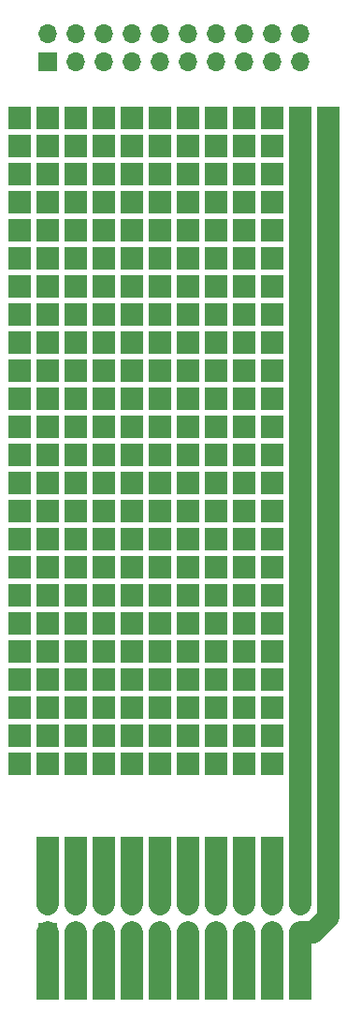
<source format=gbr>
G04 #@! TF.GenerationSoftware,KiCad,Pcbnew,5.0.2-bee76a0~70~ubuntu18.04.1*
G04 #@! TF.CreationDate,2019-07-23T10:58:26+02:00*
G04 #@! TF.ProjectId,breadboard,62726561-6462-46f6-9172-642e6b696361,rev?*
G04 #@! TF.SameCoordinates,Original*
G04 #@! TF.FileFunction,Copper,L1,Top*
G04 #@! TF.FilePolarity,Positive*
%FSLAX46Y46*%
G04 Gerber Fmt 4.6, Leading zero omitted, Abs format (unit mm)*
G04 Created by KiCad (PCBNEW 5.0.2-bee76a0~70~ubuntu18.04.1) date mar. 23 juil. 2019 10:58:26 CEST*
%MOMM*%
%LPD*%
G01*
G04 APERTURE LIST*
G04 #@! TA.AperFunction,ComponentPad*
%ADD10R,2.000000X2.000000*%
G04 #@! TD*
G04 #@! TA.AperFunction,ComponentPad*
%ADD11O,1.700000X1.700000*%
G04 #@! TD*
G04 #@! TA.AperFunction,ComponentPad*
%ADD12R,1.700000X1.700000*%
G04 #@! TD*
G04 #@! TA.AperFunction,Conductor*
%ADD13C,2.000000*%
G04 #@! TD*
G04 APERTURE END LIST*
D10*
G04 #@! TO.P,TP328,1*
G04 #@! TO.N,GNDA*
X76200000Y-137160000D03*
G04 #@! TD*
G04 #@! TO.P,TP327,1*
G04 #@! TO.N,GNDA*
X76200000Y-139700000D03*
G04 #@! TD*
G04 #@! TO.P,TP326,1*
G04 #@! TO.N,VDDA*
X73660000Y-139700000D03*
G04 #@! TD*
G04 #@! TO.P,TP325,1*
G04 #@! TO.N,VDDA*
X73660000Y-137160000D03*
G04 #@! TD*
G04 #@! TO.P,TP324,1*
G04 #@! TO.N,GNDA*
X76200000Y-132080000D03*
G04 #@! TD*
G04 #@! TO.P,TP323,1*
G04 #@! TO.N,GNDA*
X76200000Y-134620000D03*
G04 #@! TD*
G04 #@! TO.P,TP322,1*
G04 #@! TO.N,VDDA*
X73660000Y-134620000D03*
G04 #@! TD*
G04 #@! TO.P,TP321,1*
G04 #@! TO.N,VDDA*
X73660000Y-132080000D03*
G04 #@! TD*
G04 #@! TO.P,TP320,1*
G04 #@! TO.N,Net-(TP320-Pad1)*
X71120000Y-139700000D03*
G04 #@! TD*
G04 #@! TO.P,TP319,1*
G04 #@! TO.N,Net-(TP319-Pad1)*
X71120000Y-137160000D03*
G04 #@! TD*
G04 #@! TO.P,TP318,1*
G04 #@! TO.N,Net-(TP318-Pad1)*
X71120000Y-134620000D03*
G04 #@! TD*
G04 #@! TO.P,TP317,1*
G04 #@! TO.N,Net-(TP317-Pad1)*
X71120000Y-132080000D03*
G04 #@! TD*
G04 #@! TO.P,TP316,1*
G04 #@! TO.N,Net-(TP316-Pad1)*
X68580000Y-139700000D03*
G04 #@! TD*
G04 #@! TO.P,TP315,1*
G04 #@! TO.N,Net-(TP315-Pad1)*
X68580000Y-134620000D03*
G04 #@! TD*
G04 #@! TO.P,TP314,1*
G04 #@! TO.N,Net-(TP314-Pad1)*
X68580000Y-137160000D03*
G04 #@! TD*
G04 #@! TO.P,TP313,1*
G04 #@! TO.N,Net-(TP313-Pad1)*
X68580000Y-132080000D03*
G04 #@! TD*
G04 #@! TO.P,TP312,1*
G04 #@! TO.N,Net-(TP312-Pad1)*
X66040000Y-137160000D03*
G04 #@! TD*
G04 #@! TO.P,TP311,1*
G04 #@! TO.N,Net-(TP311-Pad1)*
X66040000Y-139700000D03*
G04 #@! TD*
G04 #@! TO.P,TP310,1*
G04 #@! TO.N,Net-(TP310-Pad1)*
X66040000Y-134620000D03*
G04 #@! TD*
G04 #@! TO.P,TP309,1*
G04 #@! TO.N,Net-(TP309-Pad1)*
X66040000Y-132080000D03*
G04 #@! TD*
G04 #@! TO.P,TP308,1*
G04 #@! TO.N,Net-(TP308-Pad1)*
X63500000Y-139700000D03*
G04 #@! TD*
G04 #@! TO.P,TP307,1*
G04 #@! TO.N,Net-(TP307-Pad1)*
X63500000Y-134620000D03*
G04 #@! TD*
G04 #@! TO.P,TP306,1*
G04 #@! TO.N,Net-(TP306-Pad1)*
X63500000Y-137160000D03*
G04 #@! TD*
G04 #@! TO.P,TP305,1*
G04 #@! TO.N,Net-(TP305-Pad1)*
X63500000Y-132080000D03*
G04 #@! TD*
G04 #@! TO.P,TP304,1*
G04 #@! TO.N,Net-(TP304-Pad1)*
X60960000Y-137160000D03*
G04 #@! TD*
G04 #@! TO.P,TP303,1*
G04 #@! TO.N,Net-(TP303-Pad1)*
X60960000Y-134620000D03*
G04 #@! TD*
G04 #@! TO.P,TP302,1*
G04 #@! TO.N,Net-(TP302-Pad1)*
X60960000Y-139700000D03*
G04 #@! TD*
G04 #@! TO.P,TP301,1*
G04 #@! TO.N,Net-(TP301-Pad1)*
X60960000Y-132080000D03*
G04 #@! TD*
G04 #@! TO.P,TP300,1*
G04 #@! TO.N,Net-(TP300-Pad1)*
X58420000Y-139700000D03*
G04 #@! TD*
G04 #@! TO.P,TP299,1*
G04 #@! TO.N,Net-(TP299-Pad1)*
X58420000Y-134620000D03*
G04 #@! TD*
G04 #@! TO.P,TP298,1*
G04 #@! TO.N,Net-(TP298-Pad1)*
X58420000Y-137160000D03*
G04 #@! TD*
G04 #@! TO.P,TP297,1*
G04 #@! TO.N,Net-(TP297-Pad1)*
X58420000Y-132080000D03*
G04 #@! TD*
G04 #@! TO.P,TP296,1*
G04 #@! TO.N,Net-(TP296-Pad1)*
X55880000Y-139700000D03*
G04 #@! TD*
G04 #@! TO.P,TP295,1*
G04 #@! TO.N,Net-(TP295-Pad1)*
X55880000Y-137160000D03*
G04 #@! TD*
G04 #@! TO.P,TP294,1*
G04 #@! TO.N,Net-(TP294-Pad1)*
X55880000Y-134620000D03*
G04 #@! TD*
G04 #@! TO.P,TP293,1*
G04 #@! TO.N,Net-(TP293-Pad1)*
X55880000Y-132080000D03*
G04 #@! TD*
G04 #@! TO.P,TP292,1*
G04 #@! TO.N,Net-(TP292-Pad1)*
X53340000Y-137160000D03*
G04 #@! TD*
G04 #@! TO.P,TP291,1*
G04 #@! TO.N,Net-(TP291-Pad1)*
X53340000Y-134620000D03*
G04 #@! TD*
G04 #@! TO.P,TP290,1*
G04 #@! TO.N,Net-(TP290-Pad1)*
X53340000Y-139700000D03*
G04 #@! TD*
G04 #@! TO.P,TP289,1*
G04 #@! TO.N,Net-(TP289-Pad1)*
X53340000Y-132080000D03*
G04 #@! TD*
G04 #@! TO.P,TP288,1*
G04 #@! TO.N,Net-(TP288-Pad1)*
X50800000Y-139700000D03*
G04 #@! TD*
G04 #@! TO.P,TP287,1*
G04 #@! TO.N,Net-(TP287-Pad1)*
X50800000Y-134620000D03*
G04 #@! TD*
G04 #@! TO.P,TP286,1*
G04 #@! TO.N,Net-(TP286-Pad1)*
X50800000Y-137160000D03*
G04 #@! TD*
G04 #@! TO.P,TP285,1*
G04 #@! TO.N,Net-(TP285-Pad1)*
X50800000Y-132080000D03*
G04 #@! TD*
G04 #@! TO.P,TP284,1*
G04 #@! TO.N,Net-(TP284-Pad1)*
X48260000Y-139700000D03*
G04 #@! TD*
G04 #@! TO.P,TP283,1*
G04 #@! TO.N,Net-(TP283-Pad1)*
X48260000Y-137160000D03*
G04 #@! TD*
G04 #@! TO.P,TP282,1*
G04 #@! TO.N,Net-(TP282-Pad1)*
X48260000Y-134620000D03*
G04 #@! TD*
G04 #@! TO.P,TP281,1*
G04 #@! TO.N,Net-(TP281-Pad1)*
X48260000Y-132080000D03*
G04 #@! TD*
G04 #@! TO.P,TP280,1*
G04 #@! TO.N,Net-(TP280-Pad1)*
X71120000Y-111760000D03*
G04 #@! TD*
G04 #@! TO.P,TP279,1*
G04 #@! TO.N,Net-(TP279-Pad1)*
X71120000Y-129540000D03*
G04 #@! TD*
G04 #@! TO.P,TP278,1*
G04 #@! TO.N,Net-(TP278-Pad1)*
X71120000Y-81280000D03*
G04 #@! TD*
G04 #@! TO.P,TP277,1*
G04 #@! TO.N,Net-(TP277-Pad1)*
X71120000Y-104140000D03*
G04 #@! TD*
G04 #@! TO.P,TP276,1*
G04 #@! TO.N,Net-(TP276-Pad1)*
X71120000Y-116840000D03*
G04 #@! TD*
G04 #@! TO.P,TP275,1*
G04 #@! TO.N,Net-(TP275-Pad1)*
X71120000Y-124460000D03*
G04 #@! TD*
G04 #@! TO.P,TP274,1*
G04 #@! TO.N,Net-(TP274-Pad1)*
X71120000Y-86360000D03*
G04 #@! TD*
G04 #@! TO.P,TP273,1*
G04 #@! TO.N,Net-(TP273-Pad1)*
X71120000Y-106680000D03*
G04 #@! TD*
G04 #@! TO.P,TP271,1*
G04 #@! TO.N,Net-(TP271-Pad1)*
X71120000Y-114300000D03*
G04 #@! TD*
G04 #@! TO.P,TP270,1*
G04 #@! TO.N,Net-(TP270-Pad1)*
X71120000Y-121920000D03*
G04 #@! TD*
G04 #@! TO.P,TP269,1*
G04 #@! TO.N,Net-(TP269-Pad1)*
X71120000Y-93980000D03*
G04 #@! TD*
G04 #@! TO.P,TP268,1*
G04 #@! TO.N,Net-(TP268-Pad1)*
X71120000Y-99060000D03*
G04 #@! TD*
G04 #@! TO.P,TP267,1*
G04 #@! TO.N,Net-(TP267-Pad1)*
X71120000Y-119380000D03*
G04 #@! TD*
G04 #@! TO.P,TP265,1*
G04 #@! TO.N,Net-(TP265-Pad1)*
X71120000Y-127000000D03*
G04 #@! TD*
G04 #@! TO.P,TP272,1*
G04 #@! TO.N,Net-(TP272-Pad1)*
X71120000Y-83820000D03*
G04 #@! TD*
G04 #@! TO.P,TP263,1*
G04 #@! TO.N,Net-(TP263-Pad1)*
X71120000Y-101600000D03*
G04 #@! TD*
G04 #@! TO.P,TP262,1*
G04 #@! TO.N,Net-(TP262-Pad1)*
X71120000Y-96520000D03*
G04 #@! TD*
G04 #@! TO.P,TP261,1*
G04 #@! TO.N,Net-(TP261-Pad1)*
X71120000Y-88900000D03*
G04 #@! TD*
G04 #@! TO.P,TP266,1*
G04 #@! TO.N,Net-(TP266-Pad1)*
X71120000Y-109220000D03*
G04 #@! TD*
G04 #@! TO.P,TP264,1*
G04 #@! TO.N,Net-(TP264-Pad1)*
X71120000Y-91440000D03*
G04 #@! TD*
G04 #@! TO.P,TP246,1*
G04 #@! TO.N,Net-(TP246-Pad1)*
X68580000Y-114300000D03*
G04 #@! TD*
G04 #@! TO.P,TP247,1*
G04 #@! TO.N,Net-(TP247-Pad1)*
X68580000Y-129540000D03*
G04 #@! TD*
G04 #@! TO.P,TP248,1*
G04 #@! TO.N,Net-(TP248-Pad1)*
X68580000Y-88900000D03*
G04 #@! TD*
G04 #@! TO.P,TP249,1*
G04 #@! TO.N,Net-(TP249-Pad1)*
X68580000Y-104140000D03*
G04 #@! TD*
G04 #@! TO.P,TP250,1*
G04 #@! TO.N,Net-(TP250-Pad1)*
X68580000Y-111760000D03*
G04 #@! TD*
G04 #@! TO.P,TP251,1*
G04 #@! TO.N,Net-(TP251-Pad1)*
X68580000Y-124460000D03*
G04 #@! TD*
G04 #@! TO.P,TP252,1*
G04 #@! TO.N,Net-(TP252-Pad1)*
X68580000Y-86360000D03*
G04 #@! TD*
G04 #@! TO.P,TP253,1*
G04 #@! TO.N,Net-(TP253-Pad1)*
X68580000Y-101600000D03*
G04 #@! TD*
G04 #@! TO.P,TP254,1*
G04 #@! TO.N,Net-(TP254-Pad1)*
X68580000Y-109220000D03*
G04 #@! TD*
G04 #@! TO.P,TP255,1*
G04 #@! TO.N,Net-(TP255-Pad1)*
X68580000Y-121920000D03*
G04 #@! TD*
G04 #@! TO.P,TP256,1*
G04 #@! TO.N,Net-(TP256-Pad1)*
X68580000Y-91440000D03*
G04 #@! TD*
G04 #@! TO.P,TP257,1*
G04 #@! TO.N,Net-(TP257-Pad1)*
X68580000Y-96520000D03*
G04 #@! TD*
G04 #@! TO.P,TP259,1*
G04 #@! TO.N,Net-(TP259-Pad1)*
X68580000Y-119380000D03*
G04 #@! TD*
G04 #@! TO.P,TP245,1*
G04 #@! TO.N,Net-(TP245-Pad1)*
X68580000Y-127000000D03*
G04 #@! TD*
G04 #@! TO.P,TP241,1*
G04 #@! TO.N,Net-(TP241-Pad1)*
X68580000Y-83820000D03*
G04 #@! TD*
G04 #@! TO.P,TP242,1*
G04 #@! TO.N,Net-(TP242-Pad1)*
X68580000Y-99060000D03*
G04 #@! TD*
G04 #@! TO.P,TP243,1*
G04 #@! TO.N,Net-(TP243-Pad1)*
X68580000Y-116840000D03*
G04 #@! TD*
G04 #@! TO.P,TP244,1*
G04 #@! TO.N,Net-(TP244-Pad1)*
X68580000Y-93980000D03*
G04 #@! TD*
G04 #@! TO.P,TP258,1*
G04 #@! TO.N,Net-(TP258-Pad1)*
X68580000Y-106680000D03*
G04 #@! TD*
G04 #@! TO.P,TP260,1*
G04 #@! TO.N,Net-(TP260-Pad1)*
X68580000Y-81280000D03*
G04 #@! TD*
G04 #@! TO.P,TP225,1*
G04 #@! TO.N,Net-(TP225-Pad1)*
X66040000Y-111760000D03*
G04 #@! TD*
G04 #@! TO.P,TP227,1*
G04 #@! TO.N,Net-(TP227-Pad1)*
X66040000Y-129540000D03*
G04 #@! TD*
G04 #@! TO.P,TP228,1*
G04 #@! TO.N,Net-(TP228-Pad1)*
X66040000Y-93980000D03*
G04 #@! TD*
G04 #@! TO.P,TP229,1*
G04 #@! TO.N,Net-(TP229-Pad1)*
X66040000Y-104140000D03*
G04 #@! TD*
G04 #@! TO.P,TP230,1*
G04 #@! TO.N,Net-(TP230-Pad1)*
X66040000Y-114300000D03*
G04 #@! TD*
G04 #@! TO.P,TP231,1*
G04 #@! TO.N,Net-(TP231-Pad1)*
X66040000Y-121920000D03*
G04 #@! TD*
G04 #@! TO.P,TP232,1*
G04 #@! TO.N,Net-(TP232-Pad1)*
X66040000Y-88900000D03*
G04 #@! TD*
G04 #@! TO.P,TP233,1*
G04 #@! TO.N,Net-(TP233-Pad1)*
X66040000Y-99060000D03*
G04 #@! TD*
G04 #@! TO.P,TP234,1*
G04 #@! TO.N,Net-(TP234-Pad1)*
X66040000Y-109220000D03*
G04 #@! TD*
G04 #@! TO.P,TP235,1*
G04 #@! TO.N,Net-(TP235-Pad1)*
X66040000Y-124460000D03*
G04 #@! TD*
G04 #@! TO.P,TP236,1*
G04 #@! TO.N,Net-(TP236-Pad1)*
X66040000Y-86360000D03*
G04 #@! TD*
G04 #@! TO.P,TP237,1*
G04 #@! TO.N,Net-(TP237-Pad1)*
X66040000Y-101600000D03*
G04 #@! TD*
G04 #@! TO.P,TP238,1*
G04 #@! TO.N,Net-(TP238-Pad1)*
X66040000Y-116840000D03*
G04 #@! TD*
G04 #@! TO.P,TP240,1*
G04 #@! TO.N,Net-(TP240-Pad1)*
X66040000Y-127000000D03*
G04 #@! TD*
G04 #@! TO.P,TP224,1*
G04 #@! TO.N,Net-(TP224-Pad1)*
X66040000Y-83820000D03*
G04 #@! TD*
G04 #@! TO.P,TP223,1*
G04 #@! TO.N,Net-(TP223-Pad1)*
X66040000Y-96520000D03*
G04 #@! TD*
G04 #@! TO.P,TP222,1*
G04 #@! TO.N,Net-(TP222-Pad1)*
X66040000Y-119380000D03*
G04 #@! TD*
G04 #@! TO.P,TP221,1*
G04 #@! TO.N,Net-(TP221-Pad1)*
X66040000Y-81280000D03*
G04 #@! TD*
G04 #@! TO.P,TP239,1*
G04 #@! TO.N,Net-(TP239-Pad1)*
X66040000Y-106680000D03*
G04 #@! TD*
G04 #@! TO.P,TP226,1*
G04 #@! TO.N,Net-(TP226-Pad1)*
X66040000Y-91440000D03*
G04 #@! TD*
G04 #@! TO.P,TP219,1*
G04 #@! TO.N,Net-(TP219-Pad1)*
X63500000Y-116840000D03*
G04 #@! TD*
G04 #@! TO.P,TP217,1*
G04 #@! TO.N,Net-(TP217-Pad1)*
X63500000Y-127000000D03*
G04 #@! TD*
G04 #@! TO.P,TP216,1*
G04 #@! TO.N,Net-(TP216-Pad1)*
X63500000Y-91440000D03*
G04 #@! TD*
G04 #@! TO.P,TP215,1*
G04 #@! TO.N,Net-(TP215-Pad1)*
X63500000Y-101600000D03*
G04 #@! TD*
G04 #@! TO.P,TP214,1*
G04 #@! TO.N,Net-(TP214-Pad1)*
X63500000Y-129540000D03*
G04 #@! TD*
G04 #@! TO.P,TP213,1*
G04 #@! TO.N,Net-(TP213-Pad1)*
X63500000Y-121920000D03*
G04 #@! TD*
G04 #@! TO.P,TP212,1*
G04 #@! TO.N,Net-(TP212-Pad1)*
X63500000Y-86360000D03*
G04 #@! TD*
G04 #@! TO.P,TP211,1*
G04 #@! TO.N,Net-(TP211-Pad1)*
X63500000Y-104140000D03*
G04 #@! TD*
G04 #@! TO.P,TP210,1*
G04 #@! TO.N,Net-(TP210-Pad1)*
X63500000Y-111760000D03*
G04 #@! TD*
G04 #@! TO.P,TP209,1*
G04 #@! TO.N,Net-(TP209-Pad1)*
X63500000Y-124460000D03*
G04 #@! TD*
G04 #@! TO.P,TP208,1*
G04 #@! TO.N,Net-(TP208-Pad1)*
X63500000Y-81280000D03*
G04 #@! TD*
G04 #@! TO.P,TP206,1*
G04 #@! TO.N,Net-(TP206-Pad1)*
X63500000Y-109220000D03*
G04 #@! TD*
G04 #@! TO.P,TP205,1*
G04 #@! TO.N,Net-(TP205-Pad1)*
X63500000Y-119380000D03*
G04 #@! TD*
G04 #@! TO.P,TP204,1*
G04 #@! TO.N,Net-(TP204-Pad1)*
X63500000Y-96520000D03*
G04 #@! TD*
G04 #@! TO.P,TP203,1*
G04 #@! TO.N,Net-(TP203-Pad1)*
X63500000Y-88900000D03*
G04 #@! TD*
G04 #@! TO.P,TP202,1*
G04 #@! TO.N,Net-(TP202-Pad1)*
X63500000Y-99060000D03*
G04 #@! TD*
G04 #@! TO.P,TP201,1*
G04 #@! TO.N,Net-(TP201-Pad1)*
X63500000Y-114300000D03*
G04 #@! TD*
G04 #@! TO.P,TP218,1*
G04 #@! TO.N,Net-(TP218-Pad1)*
X63500000Y-93980000D03*
G04 #@! TD*
G04 #@! TO.P,TP207,1*
G04 #@! TO.N,Net-(TP207-Pad1)*
X63500000Y-106680000D03*
G04 #@! TD*
G04 #@! TO.P,TP220,1*
G04 #@! TO.N,Net-(TP220-Pad1)*
X63500000Y-83820000D03*
G04 #@! TD*
G04 #@! TO.P,TP200,1*
G04 #@! TO.N,Net-(TP200-Pad1)*
X60960000Y-116840000D03*
G04 #@! TD*
G04 #@! TO.P,TP198,1*
G04 #@! TO.N,Net-(TP198-Pad1)*
X60960000Y-129540000D03*
G04 #@! TD*
G04 #@! TO.P,TP197,1*
G04 #@! TO.N,Net-(TP197-Pad1)*
X60960000Y-88900000D03*
G04 #@! TD*
G04 #@! TO.P,TP196,1*
G04 #@! TO.N,Net-(TP196-Pad1)*
X60960000Y-106680000D03*
G04 #@! TD*
G04 #@! TO.P,TP195,1*
G04 #@! TO.N,Net-(TP195-Pad1)*
X60960000Y-109220000D03*
G04 #@! TD*
G04 #@! TO.P,TP194,1*
G04 #@! TO.N,Net-(TP194-Pad1)*
X60960000Y-124460000D03*
G04 #@! TD*
G04 #@! TO.P,TP193,1*
G04 #@! TO.N,Net-(TP193-Pad1)*
X60960000Y-83820000D03*
G04 #@! TD*
G04 #@! TO.P,TP192,1*
G04 #@! TO.N,Net-(TP192-Pad1)*
X60960000Y-99060000D03*
G04 #@! TD*
G04 #@! TO.P,TP191,1*
G04 #@! TO.N,Net-(TP191-Pad1)*
X60960000Y-119380000D03*
G04 #@! TD*
G04 #@! TO.P,TP190,1*
G04 #@! TO.N,Net-(TP190-Pad1)*
X60960000Y-127000000D03*
G04 #@! TD*
G04 #@! TO.P,TP188,1*
G04 #@! TO.N,Net-(TP188-Pad1)*
X60960000Y-93980000D03*
G04 #@! TD*
G04 #@! TO.P,TP187,1*
G04 #@! TO.N,Net-(TP187-Pad1)*
X60960000Y-81280000D03*
G04 #@! TD*
G04 #@! TO.P,TP186,1*
G04 #@! TO.N,Net-(TP186-Pad1)*
X60960000Y-114300000D03*
G04 #@! TD*
G04 #@! TO.P,TP185,1*
G04 #@! TO.N,Net-(TP185-Pad1)*
X60960000Y-121920000D03*
G04 #@! TD*
G04 #@! TO.P,TP184,1*
G04 #@! TO.N,Net-(TP184-Pad1)*
X60960000Y-91440000D03*
G04 #@! TD*
G04 #@! TO.P,TP183,1*
G04 #@! TO.N,Net-(TP183-Pad1)*
X60960000Y-101600000D03*
G04 #@! TD*
G04 #@! TO.P,TP182,1*
G04 #@! TO.N,Net-(TP182-Pad1)*
X60960000Y-111760000D03*
G04 #@! TD*
G04 #@! TO.P,TP181,1*
G04 #@! TO.N,Net-(TP181-Pad1)*
X60960000Y-96520000D03*
G04 #@! TD*
G04 #@! TO.P,TP199,1*
G04 #@! TO.N,Net-(TP199-Pad1)*
X60960000Y-104140000D03*
G04 #@! TD*
G04 #@! TO.P,TP189,1*
G04 #@! TO.N,Net-(TP189-Pad1)*
X60960000Y-86360000D03*
G04 #@! TD*
G04 #@! TO.P,TP179,1*
G04 #@! TO.N,Net-(TP179-Pad1)*
X58420000Y-119380000D03*
G04 #@! TD*
G04 #@! TO.P,TP177,1*
G04 #@! TO.N,Net-(TP177-Pad1)*
X58420000Y-129540000D03*
G04 #@! TD*
G04 #@! TO.P,TP176,1*
G04 #@! TO.N,Net-(TP176-Pad1)*
X58420000Y-88900000D03*
G04 #@! TD*
G04 #@! TO.P,TP175,1*
G04 #@! TO.N,Net-(TP175-Pad1)*
X58420000Y-106680000D03*
G04 #@! TD*
G04 #@! TO.P,TP174,1*
G04 #@! TO.N,Net-(TP174-Pad1)*
X58420000Y-109220000D03*
G04 #@! TD*
G04 #@! TO.P,TP173,1*
G04 #@! TO.N,Net-(TP173-Pad1)*
X58420000Y-121920000D03*
G04 #@! TD*
G04 #@! TO.P,TP172,1*
G04 #@! TO.N,Net-(TP172-Pad1)*
X58420000Y-81280000D03*
G04 #@! TD*
G04 #@! TO.P,TP171,1*
G04 #@! TO.N,Net-(TP171-Pad1)*
X58420000Y-99060000D03*
G04 #@! TD*
G04 #@! TO.P,TP169,1*
G04 #@! TO.N,Net-(TP169-Pad1)*
X58420000Y-111760000D03*
G04 #@! TD*
G04 #@! TO.P,TP168,1*
G04 #@! TO.N,Net-(TP168-Pad1)*
X58420000Y-124460000D03*
G04 #@! TD*
G04 #@! TO.P,TP167,1*
G04 #@! TO.N,Net-(TP167-Pad1)*
X58420000Y-83820000D03*
G04 #@! TD*
G04 #@! TO.P,TP166,1*
G04 #@! TO.N,Net-(TP166-Pad1)*
X58420000Y-96520000D03*
G04 #@! TD*
G04 #@! TO.P,TP165,1*
G04 #@! TO.N,Net-(TP165-Pad1)*
X58420000Y-116840000D03*
G04 #@! TD*
G04 #@! TO.P,TP164,1*
G04 #@! TO.N,Net-(TP164-Pad1)*
X58420000Y-127000000D03*
G04 #@! TD*
G04 #@! TO.P,TP163,1*
G04 #@! TO.N,Net-(TP163-Pad1)*
X58420000Y-91440000D03*
G04 #@! TD*
G04 #@! TO.P,TP162,1*
G04 #@! TO.N,Net-(TP162-Pad1)*
X58420000Y-101600000D03*
G04 #@! TD*
G04 #@! TO.P,TP161,1*
G04 #@! TO.N,Net-(TP161-Pad1)*
X58420000Y-114300000D03*
G04 #@! TD*
G04 #@! TO.P,TP178,1*
G04 #@! TO.N,Net-(TP178-Pad1)*
X58420000Y-93980000D03*
G04 #@! TD*
G04 #@! TO.P,TP170,1*
G04 #@! TO.N,Net-(TP170-Pad1)*
X58420000Y-104140000D03*
G04 #@! TD*
G04 #@! TO.P,TP180,1*
G04 #@! TO.N,Net-(TP180-Pad1)*
X58420000Y-86360000D03*
G04 #@! TD*
G04 #@! TO.P,TP160,1*
G04 #@! TO.N,Net-(TP160-Pad1)*
X55880000Y-119380000D03*
G04 #@! TD*
G04 #@! TO.P,TP158,1*
G04 #@! TO.N,Net-(TP158-Pad1)*
X55880000Y-121920000D03*
G04 #@! TD*
G04 #@! TO.P,TP157,1*
G04 #@! TO.N,Net-(TP157-Pad1)*
X55880000Y-96520000D03*
G04 #@! TD*
G04 #@! TO.P,TP156,1*
G04 #@! TO.N,Net-(TP156-Pad1)*
X55880000Y-99060000D03*
G04 #@! TD*
G04 #@! TO.P,TP155,1*
G04 #@! TO.N,Net-(TP155-Pad1)*
X55880000Y-111760000D03*
G04 #@! TD*
G04 #@! TO.P,TP154,1*
G04 #@! TO.N,Net-(TP154-Pad1)*
X55880000Y-129540000D03*
G04 #@! TD*
G04 #@! TO.P,TP153,1*
G04 #@! TO.N,Net-(TP153-Pad1)*
X55880000Y-88900000D03*
G04 #@! TD*
G04 #@! TO.P,TP152,1*
G04 #@! TO.N,Net-(TP152-Pad1)*
X55880000Y-101600000D03*
G04 #@! TD*
G04 #@! TO.P,TP141,1*
G04 #@! TO.N,Net-(TP141-Pad1)*
X55880000Y-116840000D03*
G04 #@! TD*
G04 #@! TO.P,TP150,1*
G04 #@! TO.N,Net-(TP150-Pad1)*
X55880000Y-124460000D03*
G04 #@! TD*
G04 #@! TO.P,TP149,1*
G04 #@! TO.N,Net-(TP149-Pad1)*
X55880000Y-86360000D03*
G04 #@! TD*
G04 #@! TO.P,TP148,1*
G04 #@! TO.N,Net-(TP148-Pad1)*
X55880000Y-106680000D03*
G04 #@! TD*
G04 #@! TO.P,TP147,1*
G04 #@! TO.N,Net-(TP147-Pad1)*
X55880000Y-114300000D03*
G04 #@! TD*
G04 #@! TO.P,TP146,1*
G04 #@! TO.N,Net-(TP146-Pad1)*
X55880000Y-127000000D03*
G04 #@! TD*
G04 #@! TO.P,TP145,1*
G04 #@! TO.N,Net-(TP145-Pad1)*
X55880000Y-83820000D03*
G04 #@! TD*
G04 #@! TO.P,TP144,1*
G04 #@! TO.N,Net-(TP144-Pad1)*
X55880000Y-104140000D03*
G04 #@! TD*
G04 #@! TO.P,TP143,1*
G04 #@! TO.N,Net-(TP143-Pad1)*
X55880000Y-109220000D03*
G04 #@! TD*
G04 #@! TO.P,TP142,1*
G04 #@! TO.N,Net-(TP142-Pad1)*
X55880000Y-93980000D03*
G04 #@! TD*
G04 #@! TO.P,TP159,1*
G04 #@! TO.N,Net-(TP159-Pad1)*
X55880000Y-81280000D03*
G04 #@! TD*
G04 #@! TO.P,TP151,1*
G04 #@! TO.N,Net-(TP151-Pad1)*
X55880000Y-91440000D03*
G04 #@! TD*
G04 #@! TO.P,TP139,1*
G04 #@! TO.N,Net-(TP139-Pad1)*
X53340000Y-109220000D03*
G04 #@! TD*
G04 #@! TO.P,TP137,1*
G04 #@! TO.N,Net-(TP137-Pad1)*
X53340000Y-129540000D03*
G04 #@! TD*
G04 #@! TO.P,TP136,1*
G04 #@! TO.N,Net-(TP136-Pad1)*
X53340000Y-81280000D03*
G04 #@! TD*
G04 #@! TO.P,TP135,1*
G04 #@! TO.N,Net-(TP135-Pad1)*
X53340000Y-101600000D03*
G04 #@! TD*
G04 #@! TO.P,TP134,1*
G04 #@! TO.N,Net-(TP134-Pad1)*
X53340000Y-119380000D03*
G04 #@! TD*
G04 #@! TO.P,TP133,1*
G04 #@! TO.N,Net-(TP133-Pad1)*
X53340000Y-124460000D03*
G04 #@! TD*
G04 #@! TO.P,TP123,1*
G04 #@! TO.N,Net-(TP123-Pad1)*
X53340000Y-88900000D03*
G04 #@! TD*
G04 #@! TO.P,TP131,1*
G04 #@! TO.N,Net-(TP131-Pad1)*
X53340000Y-96520000D03*
G04 #@! TD*
G04 #@! TO.P,TP130,1*
G04 #@! TO.N,Net-(TP130-Pad1)*
X53340000Y-111760000D03*
G04 #@! TD*
G04 #@! TO.P,TP129,1*
G04 #@! TO.N,Net-(TP129-Pad1)*
X53340000Y-127000000D03*
G04 #@! TD*
G04 #@! TO.P,TP128,1*
G04 #@! TO.N,Net-(TP128-Pad1)*
X53340000Y-86360000D03*
G04 #@! TD*
G04 #@! TO.P,TP127,1*
G04 #@! TO.N,Net-(TP127-Pad1)*
X53340000Y-104140000D03*
G04 #@! TD*
G04 #@! TO.P,TP126,1*
G04 #@! TO.N,Net-(TP126-Pad1)*
X53340000Y-116840000D03*
G04 #@! TD*
G04 #@! TO.P,TP125,1*
G04 #@! TO.N,Net-(TP125-Pad1)*
X53340000Y-121920000D03*
G04 #@! TD*
G04 #@! TO.P,TP124,1*
G04 #@! TO.N,Net-(TP124-Pad1)*
X53340000Y-93980000D03*
G04 #@! TD*
G04 #@! TO.P,TP138,1*
G04 #@! TO.N,Net-(TP138-Pad1)*
X53340000Y-106680000D03*
G04 #@! TD*
G04 #@! TO.P,TP122,1*
G04 #@! TO.N,Net-(TP122-Pad1)*
X53340000Y-114300000D03*
G04 #@! TD*
G04 #@! TO.P,TP132,1*
G04 #@! TO.N,Net-(TP132-Pad1)*
X53340000Y-83820000D03*
G04 #@! TD*
G04 #@! TO.P,TP140,1*
G04 #@! TO.N,Net-(TP140-Pad1)*
X53340000Y-99060000D03*
G04 #@! TD*
G04 #@! TO.P,TP121,1*
G04 #@! TO.N,Net-(TP121-Pad1)*
X53340000Y-91440000D03*
G04 #@! TD*
G04 #@! TO.P,TP107,1*
G04 #@! TO.N,Net-(TP107-Pad1)*
X50800000Y-111760000D03*
G04 #@! TD*
G04 #@! TO.P,TP109,1*
G04 #@! TO.N,Net-(TP109-Pad1)*
X50800000Y-129540000D03*
G04 #@! TD*
G04 #@! TO.P,TP110,1*
G04 #@! TO.N,Net-(TP110-Pad1)*
X50800000Y-81280000D03*
G04 #@! TD*
G04 #@! TO.P,TP111,1*
G04 #@! TO.N,Net-(TP111-Pad1)*
X50800000Y-99060000D03*
G04 #@! TD*
G04 #@! TO.P,TP112,1*
G04 #@! TO.N,Net-(TP112-Pad1)*
X50800000Y-119380000D03*
G04 #@! TD*
G04 #@! TO.P,TP113,1*
G04 #@! TO.N,Net-(TP113-Pad1)*
X50800000Y-124460000D03*
G04 #@! TD*
G04 #@! TO.P,TP114,1*
G04 #@! TO.N,Net-(TP114-Pad1)*
X50800000Y-93980000D03*
G04 #@! TD*
G04 #@! TO.P,TP115,1*
G04 #@! TO.N,Net-(TP115-Pad1)*
X50800000Y-104140000D03*
G04 #@! TD*
G04 #@! TO.P,TP116,1*
G04 #@! TO.N,Net-(TP116-Pad1)*
X50800000Y-114300000D03*
G04 #@! TD*
G04 #@! TO.P,TP117,1*
G04 #@! TO.N,Net-(TP117-Pad1)*
X50800000Y-127000000D03*
G04 #@! TD*
G04 #@! TO.P,TP118,1*
G04 #@! TO.N,Net-(TP118-Pad1)*
X50800000Y-83820000D03*
G04 #@! TD*
G04 #@! TO.P,TP119,1*
G04 #@! TO.N,Net-(TP119-Pad1)*
X50800000Y-106680000D03*
G04 #@! TD*
G04 #@! TO.P,TP120,1*
G04 #@! TO.N,Net-(TP120-Pad1)*
X50800000Y-109220000D03*
G04 #@! TD*
G04 #@! TO.P,TP108,1*
G04 #@! TO.N,Net-(TP108-Pad1)*
X50800000Y-121920000D03*
G04 #@! TD*
G04 #@! TO.P,TP105,1*
G04 #@! TO.N,Net-(TP105-Pad1)*
X50800000Y-88900000D03*
G04 #@! TD*
G04 #@! TO.P,TP104,1*
G04 #@! TO.N,Net-(TP104-Pad1)*
X50800000Y-101600000D03*
G04 #@! TD*
G04 #@! TO.P,TP103,1*
G04 #@! TO.N,Net-(TP103-Pad1)*
X50800000Y-116840000D03*
G04 #@! TD*
G04 #@! TO.P,TP102,1*
G04 #@! TO.N,Net-(TP102-Pad1)*
X50800000Y-86360000D03*
G04 #@! TD*
G04 #@! TO.P,TP101,1*
G04 #@! TO.N,Net-(TP101-Pad1)*
X50800000Y-96520000D03*
G04 #@! TD*
G04 #@! TO.P,TP106,1*
G04 #@! TO.N,Net-(TP106-Pad1)*
X50800000Y-91440000D03*
G04 #@! TD*
G04 #@! TO.P,TP100,1*
G04 #@! TO.N,Net-(TP100-Pad1)*
X48260000Y-81280000D03*
G04 #@! TD*
G04 #@! TO.P,TP99,1*
G04 #@! TO.N,Net-(TP99-Pad1)*
X48260000Y-121920000D03*
G04 #@! TD*
G04 #@! TO.P,TP98,1*
G04 #@! TO.N,Net-(TP98-Pad1)*
X48260000Y-129540000D03*
G04 #@! TD*
G04 #@! TO.P,TP97,1*
G04 #@! TO.N,Net-(TP97-Pad1)*
X48260000Y-101600000D03*
G04 #@! TD*
G04 #@! TO.P,TP96,1*
G04 #@! TO.N,Net-(TP96-Pad1)*
X48260000Y-116840000D03*
G04 #@! TD*
G04 #@! TO.P,TP95,1*
G04 #@! TO.N,Net-(TP95-Pad1)*
X48260000Y-119380000D03*
G04 #@! TD*
G04 #@! TO.P,TP94,1*
G04 #@! TO.N,Net-(TP94-Pad1)*
X48260000Y-88900000D03*
G04 #@! TD*
G04 #@! TO.P,TP93,1*
G04 #@! TO.N,Net-(TP93-Pad1)*
X48260000Y-106680000D03*
G04 #@! TD*
G04 #@! TO.P,TP92,1*
G04 #@! TO.N,Net-(TP92-Pad1)*
X48260000Y-114300000D03*
G04 #@! TD*
G04 #@! TO.P,TP91,1*
G04 #@! TO.N,Net-(TP91-Pad1)*
X48260000Y-127000000D03*
G04 #@! TD*
G04 #@! TO.P,TP90,1*
G04 #@! TO.N,Net-(TP90-Pad1)*
X48260000Y-93980000D03*
G04 #@! TD*
G04 #@! TO.P,TP89,1*
G04 #@! TO.N,Net-(TP89-Pad1)*
X48260000Y-99060000D03*
G04 #@! TD*
G04 #@! TO.P,TP87,1*
G04 #@! TO.N,Net-(TP87-Pad1)*
X48260000Y-109220000D03*
G04 #@! TD*
G04 #@! TO.P,TP86,1*
G04 #@! TO.N,Net-(TP86-Pad1)*
X48260000Y-124460000D03*
G04 #@! TD*
G04 #@! TO.P,TP85,1*
G04 #@! TO.N,Net-(TP85-Pad1)*
X48260000Y-86360000D03*
G04 #@! TD*
G04 #@! TO.P,TP84,1*
G04 #@! TO.N,Net-(TP84-Pad1)*
X48260000Y-96520000D03*
G04 #@! TD*
G04 #@! TO.P,TP83,1*
G04 #@! TO.N,Net-(TP83-Pad1)*
X48260000Y-111760000D03*
G04 #@! TD*
G04 #@! TO.P,TP82,1*
G04 #@! TO.N,Net-(TP82-Pad1)*
X48260000Y-83820000D03*
G04 #@! TD*
G04 #@! TO.P,TP81,1*
G04 #@! TO.N,Net-(TP81-Pad1)*
X48260000Y-104140000D03*
G04 #@! TD*
G04 #@! TO.P,TP88,1*
G04 #@! TO.N,Net-(TP88-Pad1)*
X48260000Y-91440000D03*
G04 #@! TD*
G04 #@! TO.P,TP80,1*
G04 #@! TO.N,GNDA*
X73660000Y-157480000D03*
G04 #@! TD*
G04 #@! TO.P,TP79,1*
G04 #@! TO.N,GNDA*
X73660000Y-160020000D03*
G04 #@! TD*
G04 #@! TO.P,TP78,1*
G04 #@! TO.N,VDDA*
X73660000Y-149860000D03*
G04 #@! TD*
G04 #@! TO.P,TP77,1*
G04 #@! TO.N,VDDA*
X73660000Y-147320000D03*
G04 #@! TD*
G04 #@! TO.P,TP76,1*
G04 #@! TO.N,GND*
X71120000Y-157480000D03*
G04 #@! TD*
G04 #@! TO.P,TP75,1*
G04 #@! TO.N,GND*
X71120000Y-160020000D03*
G04 #@! TD*
G04 #@! TO.P,TP74,1*
G04 #@! TO.N,VDD*
X71120000Y-147320000D03*
G04 #@! TD*
G04 #@! TO.P,TP73,1*
G04 #@! TO.N,VDD*
X71120000Y-149860000D03*
G04 #@! TD*
G04 #@! TO.P,TP72,1*
G04 #@! TO.N,/D15*
X68580000Y-160020000D03*
G04 #@! TD*
G04 #@! TO.P,TP71,1*
G04 #@! TO.N,/D15*
X68580000Y-157480000D03*
G04 #@! TD*
G04 #@! TO.P,TP70,1*
G04 #@! TO.N,/D14*
X68580000Y-147320000D03*
G04 #@! TD*
G04 #@! TO.P,TP69,1*
G04 #@! TO.N,/D14*
X68580000Y-149860000D03*
G04 #@! TD*
G04 #@! TO.P,TP68,1*
G04 #@! TO.N,/D13*
X66040000Y-157480000D03*
G04 #@! TD*
G04 #@! TO.P,TP67,1*
G04 #@! TO.N,/D13*
X66040000Y-160020000D03*
G04 #@! TD*
G04 #@! TO.P,TP66,1*
G04 #@! TO.N,/D12*
X66040000Y-147320000D03*
G04 #@! TD*
G04 #@! TO.P,TP65,1*
G04 #@! TO.N,/D12*
X66040000Y-149860000D03*
G04 #@! TD*
G04 #@! TO.P,TP63,1*
G04 #@! TO.N,/D11*
X63500000Y-157480000D03*
G04 #@! TD*
G04 #@! TO.P,TP62,1*
G04 #@! TO.N,/D10*
X63500000Y-149860000D03*
G04 #@! TD*
G04 #@! TO.P,TP61,1*
G04 #@! TO.N,/D10*
X63500000Y-147320000D03*
G04 #@! TD*
G04 #@! TO.P,TP60,1*
G04 #@! TO.N,/D9*
X60960000Y-157480000D03*
G04 #@! TD*
G04 #@! TO.P,TP59,1*
G04 #@! TO.N,/D9*
X60960000Y-160020000D03*
G04 #@! TD*
G04 #@! TO.P,TP58,1*
G04 #@! TO.N,/D8*
X60960000Y-149860000D03*
G04 #@! TD*
G04 #@! TO.P,TP64,1*
G04 #@! TO.N,/D11*
X63500000Y-160020000D03*
G04 #@! TD*
G04 #@! TO.P,TP52,1*
G04 #@! TO.N,/D7*
X58420000Y-160020000D03*
G04 #@! TD*
G04 #@! TO.P,TP51,1*
G04 #@! TO.N,/D7*
X58420000Y-157480000D03*
G04 #@! TD*
G04 #@! TO.P,TP50,1*
G04 #@! TO.N,/D6*
X58420000Y-149860000D03*
G04 #@! TD*
G04 #@! TO.P,TP49,1*
G04 #@! TO.N,/D6*
X58420000Y-147320000D03*
G04 #@! TD*
G04 #@! TO.P,TP48,1*
G04 #@! TO.N,/D5*
X55880000Y-160020000D03*
G04 #@! TD*
G04 #@! TO.P,TP47,1*
G04 #@! TO.N,/D5*
X55880000Y-157480000D03*
G04 #@! TD*
G04 #@! TO.P,TP57,1*
G04 #@! TO.N,/D8*
X60960000Y-147320000D03*
G04 #@! TD*
G04 #@! TO.P,TP26,1*
G04 #@! TO.N,/D4*
X55880000Y-149860000D03*
G04 #@! TD*
G04 #@! TO.P,TP25,1*
G04 #@! TO.N,/D4*
X55880000Y-147320000D03*
G04 #@! TD*
G04 #@! TO.P,TP24,1*
G04 #@! TO.N,/D3*
X53340000Y-160020000D03*
G04 #@! TD*
G04 #@! TO.P,TP23,1*
G04 #@! TO.N,/D3*
X53340000Y-157480000D03*
G04 #@! TD*
G04 #@! TO.P,TP22,1*
G04 #@! TO.N,/D2*
X53340000Y-147320000D03*
G04 #@! TD*
G04 #@! TO.P,TP21,1*
G04 #@! TO.N,/D2*
X53340000Y-149860000D03*
G04 #@! TD*
G04 #@! TO.P,TP56,1*
G04 #@! TO.N,/D1*
X50800000Y-157480000D03*
G04 #@! TD*
G04 #@! TO.P,TP54,1*
G04 #@! TO.N,/D0*
X50800000Y-149860000D03*
G04 #@! TD*
G04 #@! TO.P,TP53,1*
G04 #@! TO.N,/D0*
X50800000Y-147320000D03*
G04 #@! TD*
G04 #@! TO.P,TP55,1*
G04 #@! TO.N,/D1*
X50800000Y-160020000D03*
G04 #@! TD*
G04 #@! TO.P,TP46,1*
G04 #@! TO.N,GNDA*
X76200000Y-111760000D03*
G04 #@! TD*
G04 #@! TO.P,TP45,1*
G04 #@! TO.N,GNDA*
X76200000Y-127000000D03*
G04 #@! TD*
G04 #@! TO.P,TP44,1*
G04 #@! TO.N,GNDA*
X76200000Y-129540000D03*
G04 #@! TD*
G04 #@! TO.P,TP43,1*
G04 #@! TO.N,GNDA*
X76200000Y-93980000D03*
G04 #@! TD*
G04 #@! TO.P,TP42,1*
G04 #@! TO.N,GNDA*
X76200000Y-109220000D03*
G04 #@! TD*
G04 #@! TO.P,TP41,1*
G04 #@! TO.N,GNDA*
X76200000Y-124460000D03*
G04 #@! TD*
G04 #@! TO.P,TP39,1*
G04 #@! TO.N,GNDA*
X76200000Y-96520000D03*
G04 #@! TD*
G04 #@! TO.P,TP38,1*
G04 #@! TO.N,GNDA*
X76200000Y-88900000D03*
G04 #@! TD*
G04 #@! TO.P,TP37,1*
G04 #@! TO.N,GNDA*
X76200000Y-106680000D03*
G04 #@! TD*
G04 #@! TO.P,TP36,1*
G04 #@! TO.N,GNDA*
X76200000Y-121920000D03*
G04 #@! TD*
G04 #@! TO.P,TP35,1*
G04 #@! TO.N,GNDA*
X76200000Y-99060000D03*
G04 #@! TD*
G04 #@! TO.P,TP34,1*
G04 #@! TO.N,GNDA*
X76200000Y-91440000D03*
G04 #@! TD*
G04 #@! TO.P,TP33,1*
G04 #@! TO.N,GNDA*
X76200000Y-104140000D03*
G04 #@! TD*
G04 #@! TO.P,TP32,1*
G04 #@! TO.N,GNDA*
X76200000Y-119380000D03*
G04 #@! TD*
G04 #@! TO.P,TP31,1*
G04 #@! TO.N,GNDA*
X76200000Y-114300000D03*
G04 #@! TD*
G04 #@! TO.P,TP30,1*
G04 #@! TO.N,GNDA*
X76200000Y-86360000D03*
G04 #@! TD*
G04 #@! TO.P,TP29,1*
G04 #@! TO.N,GNDA*
X76200000Y-101600000D03*
G04 #@! TD*
G04 #@! TO.P,TP28,1*
G04 #@! TO.N,GNDA*
X76200000Y-116840000D03*
G04 #@! TD*
G04 #@! TO.P,TP27,1*
G04 #@! TO.N,GNDA*
X76200000Y-83820000D03*
G04 #@! TD*
G04 #@! TO.P,TP40,1*
G04 #@! TO.N,GNDA*
X76200000Y-81280000D03*
G04 #@! TD*
G04 #@! TO.P,TP20,1*
G04 #@! TO.N,VDDA*
X73660000Y-96520000D03*
G04 #@! TD*
G04 #@! TO.P,TP19,1*
G04 #@! TO.N,VDDA*
X73660000Y-99060000D03*
G04 #@! TD*
G04 #@! TO.P,TP18,1*
G04 #@! TO.N,VDDA*
X73660000Y-109220000D03*
G04 #@! TD*
G04 #@! TO.P,TP17,1*
G04 #@! TO.N,VDDA*
X73660000Y-101600000D03*
G04 #@! TD*
G04 #@! TO.P,TP16,1*
G04 #@! TO.N,VDDA*
X73660000Y-104140000D03*
G04 #@! TD*
G04 #@! TO.P,TP15,1*
G04 #@! TO.N,VDDA*
X73660000Y-116840000D03*
G04 #@! TD*
G04 #@! TO.P,TP14,1*
G04 #@! TO.N,VDDA*
X73660000Y-106680000D03*
G04 #@! TD*
G04 #@! TO.P,TP13,1*
G04 #@! TO.N,VDDA*
X73660000Y-114300000D03*
G04 #@! TD*
G04 #@! TO.P,TP12,1*
G04 #@! TO.N,VDDA*
X73660000Y-124460000D03*
G04 #@! TD*
G04 #@! TO.P,TP11,1*
G04 #@! TO.N,VDDA*
X73660000Y-111760000D03*
G04 #@! TD*
G04 #@! TO.P,TP10,1*
G04 #@! TO.N,VDDA*
X73660000Y-121920000D03*
G04 #@! TD*
G04 #@! TO.P,TP8,1*
G04 #@! TO.N,VDDA*
X73660000Y-127000000D03*
G04 #@! TD*
G04 #@! TO.P,TP7,1*
G04 #@! TO.N,VDDA*
X73660000Y-119380000D03*
G04 #@! TD*
G04 #@! TO.P,TP6,1*
G04 #@! TO.N,VDDA*
X73660000Y-129540000D03*
G04 #@! TD*
G04 #@! TO.P,TP9,1*
G04 #@! TO.N,VDDA*
X73660000Y-93980000D03*
G04 #@! TD*
G04 #@! TO.P,TP5,1*
G04 #@! TO.N,VDDA*
X73660000Y-88900000D03*
G04 #@! TD*
G04 #@! TO.P,TP4,1*
G04 #@! TO.N,VDDA*
X73660000Y-86360000D03*
G04 #@! TD*
G04 #@! TO.P,TP2,1*
G04 #@! TO.N,VDDA*
X73660000Y-83820000D03*
G04 #@! TD*
G04 #@! TO.P,TP1,1*
G04 #@! TO.N,VDDA*
X73660000Y-91440000D03*
G04 #@! TD*
G04 #@! TO.P,TP3,1*
G04 #@! TO.N,VDDA*
X73660000Y-81280000D03*
G04 #@! TD*
D11*
G04 #@! TO.P,J2,20*
G04 #@! TO.N,Net-(J2-Pad20)*
X73660000Y-73660000D03*
G04 #@! TO.P,J2,19*
G04 #@! TO.N,Net-(J2-Pad19)*
X73660000Y-76200000D03*
G04 #@! TO.P,J2,18*
G04 #@! TO.N,Net-(J2-Pad18)*
X71120000Y-73660000D03*
G04 #@! TO.P,J2,17*
G04 #@! TO.N,Net-(J2-Pad17)*
X71120000Y-76200000D03*
G04 #@! TO.P,J2,16*
G04 #@! TO.N,Net-(J2-Pad16)*
X68580000Y-73660000D03*
G04 #@! TO.P,J2,15*
G04 #@! TO.N,Net-(J2-Pad15)*
X68580000Y-76200000D03*
G04 #@! TO.P,J2,14*
G04 #@! TO.N,Net-(J2-Pad14)*
X66040000Y-73660000D03*
G04 #@! TO.P,J2,13*
G04 #@! TO.N,Net-(J2-Pad13)*
X66040000Y-76200000D03*
G04 #@! TO.P,J2,12*
G04 #@! TO.N,Net-(J2-Pad12)*
X63500000Y-73660000D03*
G04 #@! TO.P,J2,11*
G04 #@! TO.N,Net-(J2-Pad11)*
X63500000Y-76200000D03*
G04 #@! TO.P,J2,10*
G04 #@! TO.N,Net-(J2-Pad10)*
X60960000Y-73660000D03*
G04 #@! TO.P,J2,9*
G04 #@! TO.N,Net-(J2-Pad9)*
X60960000Y-76200000D03*
G04 #@! TO.P,J2,8*
G04 #@! TO.N,Net-(J2-Pad8)*
X58420000Y-73660000D03*
G04 #@! TO.P,J2,7*
G04 #@! TO.N,Net-(J2-Pad7)*
X58420000Y-76200000D03*
G04 #@! TO.P,J2,6*
G04 #@! TO.N,Net-(J2-Pad6)*
X55880000Y-73660000D03*
G04 #@! TO.P,J2,5*
G04 #@! TO.N,Net-(J2-Pad5)*
X55880000Y-76200000D03*
G04 #@! TO.P,J2,4*
G04 #@! TO.N,Net-(J2-Pad4)*
X53340000Y-73660000D03*
G04 #@! TO.P,J2,3*
G04 #@! TO.N,Net-(J2-Pad3)*
X53340000Y-76200000D03*
G04 #@! TO.P,J2,2*
G04 #@! TO.N,Net-(J2-Pad2)*
X50800000Y-73660000D03*
D12*
G04 #@! TO.P,J2,1*
G04 #@! TO.N,Net-(J2-Pad1)*
X50800000Y-76200000D03*
G04 #@! TD*
G04 #@! TO.P,J1,1*
G04 #@! TO.N,/D1*
X50800000Y-154940000D03*
D11*
G04 #@! TO.P,J1,2*
G04 #@! TO.N,/D0*
X50800000Y-152400000D03*
G04 #@! TO.P,J1,3*
G04 #@! TO.N,/D3*
X53340000Y-154940000D03*
G04 #@! TO.P,J1,4*
G04 #@! TO.N,/D2*
X53340000Y-152400000D03*
G04 #@! TO.P,J1,5*
G04 #@! TO.N,/D5*
X55880000Y-154940000D03*
G04 #@! TO.P,J1,6*
G04 #@! TO.N,/D4*
X55880000Y-152400000D03*
G04 #@! TO.P,J1,7*
G04 #@! TO.N,/D7*
X58420000Y-154940000D03*
G04 #@! TO.P,J1,8*
G04 #@! TO.N,/D6*
X58420000Y-152400000D03*
G04 #@! TO.P,J1,9*
G04 #@! TO.N,/D9*
X60960000Y-154940000D03*
G04 #@! TO.P,J1,10*
G04 #@! TO.N,/D8*
X60960000Y-152400000D03*
G04 #@! TO.P,J1,11*
G04 #@! TO.N,/D11*
X63500000Y-154940000D03*
G04 #@! TO.P,J1,12*
G04 #@! TO.N,/D10*
X63500000Y-152400000D03*
G04 #@! TO.P,J1,13*
G04 #@! TO.N,/D13*
X66040000Y-154940000D03*
G04 #@! TO.P,J1,14*
G04 #@! TO.N,/D12*
X66040000Y-152400000D03*
G04 #@! TO.P,J1,15*
G04 #@! TO.N,/D15*
X68580000Y-154940000D03*
G04 #@! TO.P,J1,16*
G04 #@! TO.N,/D14*
X68580000Y-152400000D03*
G04 #@! TO.P,J1,17*
G04 #@! TO.N,GND*
X71120000Y-154940000D03*
G04 #@! TO.P,J1,18*
G04 #@! TO.N,VDD*
X71120000Y-152400000D03*
G04 #@! TO.P,J1,19*
G04 #@! TO.N,GNDA*
X73660000Y-154940000D03*
G04 #@! TO.P,J1,20*
G04 #@! TO.N,VDDA*
X73660000Y-152400000D03*
G04 #@! TD*
D13*
G04 #@! TO.N,GNDA*
X73660000Y-160020000D02*
X73660000Y-154940000D01*
X74862081Y-154940000D02*
X76200000Y-153602081D01*
X76200000Y-153602081D02*
X76200000Y-84280000D01*
X73660000Y-154940000D02*
X74862081Y-154940000D01*
X76200000Y-81280000D02*
X76200000Y-83820000D01*
G04 #@! TO.N,GND*
X71120000Y-154940000D02*
X71120000Y-160020000D01*
G04 #@! TO.N,VDDA*
X73660000Y-139700000D02*
X73660000Y-81280000D01*
X73660000Y-139700000D02*
X73660000Y-152400000D01*
G04 #@! TO.N,VDD*
X71120000Y-147320000D02*
X71120000Y-152400000D01*
G04 #@! TO.N,/D0*
X50800000Y-147320000D02*
X50800000Y-152400000D01*
G04 #@! TO.N,/D1*
X50800000Y-154940000D02*
X50800000Y-160020000D01*
G04 #@! TO.N,/D2*
X53340000Y-152400000D02*
X53340000Y-147320000D01*
G04 #@! TO.N,/D3*
X53340000Y-160020000D02*
X53340000Y-154940000D01*
G04 #@! TO.N,/D4*
X55880000Y-147320000D02*
X55880000Y-152400000D01*
G04 #@! TO.N,/D8*
X60960000Y-147320000D02*
X60960000Y-152400000D01*
G04 #@! TO.N,/D5*
X55880000Y-154940000D02*
X55880000Y-160020000D01*
G04 #@! TO.N,/D6*
X58420000Y-152400000D02*
X58420000Y-147320000D01*
G04 #@! TO.N,/D7*
X58420000Y-160020000D02*
X58420000Y-154940000D01*
G04 #@! TO.N,/D11*
X63500000Y-160020000D02*
X63500000Y-154940000D01*
G04 #@! TO.N,/D9*
X60960000Y-154940000D02*
X60960000Y-160020000D01*
G04 #@! TO.N,/D10*
X63500000Y-152400000D02*
X63500000Y-147320000D01*
G04 #@! TO.N,/D12*
X66040000Y-147320000D02*
X66040000Y-152400000D01*
G04 #@! TO.N,/D13*
X66040000Y-154940000D02*
X66040000Y-160020000D01*
G04 #@! TO.N,/D14*
X68580000Y-152400000D02*
X68580000Y-147320000D01*
G04 #@! TO.N,/D15*
X68580000Y-154940000D02*
X68580000Y-160020000D01*
G04 #@! TD*
M02*

</source>
